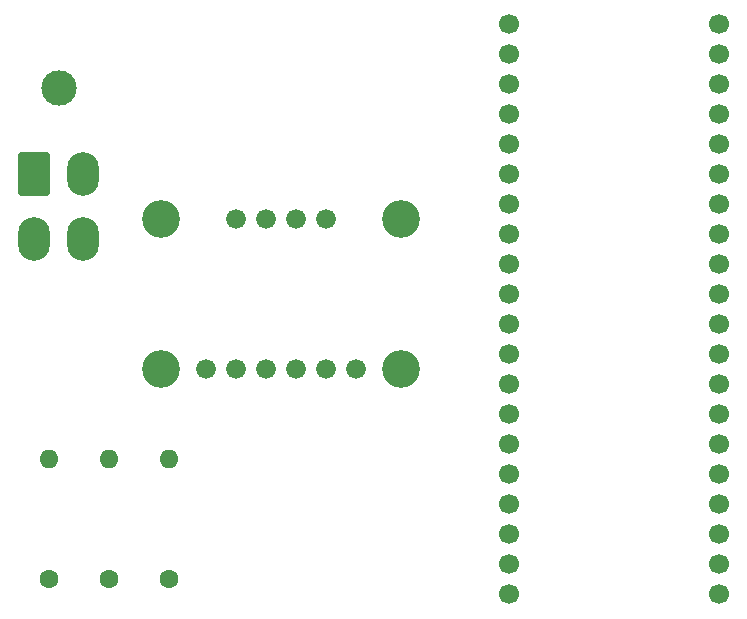
<source format=gbr>
%TF.GenerationSoftware,KiCad,Pcbnew,7.0.1*%
%TF.CreationDate,2023-05-07T00:29:05-04:00*%
%TF.ProjectId,integrated_joystick_dac,696e7465-6772-4617-9465-645f6a6f7973,rev?*%
%TF.SameCoordinates,Original*%
%TF.FileFunction,Soldermask,Bot*%
%TF.FilePolarity,Negative*%
%FSLAX46Y46*%
G04 Gerber Fmt 4.6, Leading zero omitted, Abs format (unit mm)*
G04 Created by KiCad (PCBNEW 7.0.1) date 2023-05-07 00:29:05*
%MOMM*%
%LPD*%
G01*
G04 APERTURE LIST*
G04 Aperture macros list*
%AMRoundRect*
0 Rectangle with rounded corners*
0 $1 Rounding radius*
0 $2 $3 $4 $5 $6 $7 $8 $9 X,Y pos of 4 corners*
0 Add a 4 corners polygon primitive as box body*
4,1,4,$2,$3,$4,$5,$6,$7,$8,$9,$2,$3,0*
0 Add four circle primitives for the rounded corners*
1,1,$1+$1,$2,$3*
1,1,$1+$1,$4,$5*
1,1,$1+$1,$6,$7*
1,1,$1+$1,$8,$9*
0 Add four rect primitives between the rounded corners*
20,1,$1+$1,$2,$3,$4,$5,0*
20,1,$1+$1,$4,$5,$6,$7,0*
20,1,$1+$1,$6,$7,$8,$9,0*
20,1,$1+$1,$8,$9,$2,$3,0*%
G04 Aperture macros list end*
%ADD10C,3.200000*%
%ADD11C,1.676400*%
%ADD12C,3.000000*%
%ADD13RoundRect,0.250001X-1.099999X-1.599999X1.099999X-1.599999X1.099999X1.599999X-1.099999X1.599999X0*%
%ADD14O,2.700000X3.700000*%
%ADD15O,1.600000X1.600000*%
%ADD16C,1.600000*%
%ADD17C,1.700000*%
G04 APERTURE END LIST*
D10*
%TO.C,U3*%
X144780000Y-55880000D03*
X144780000Y-68580000D03*
X165100000Y-55880000D03*
X165100000Y-68580000D03*
D11*
X151130000Y-55880000D03*
X153670000Y-55880000D03*
X156210000Y-55880000D03*
X158750000Y-55880000D03*
X148590000Y-68580000D03*
X151130000Y-68580000D03*
X153670000Y-68580000D03*
X156210000Y-68580000D03*
X158750000Y-68580000D03*
X161290000Y-68580000D03*
%TD*%
D12*
%TO.C,J1*%
X136085000Y-44770000D03*
D13*
X133985000Y-52070000D03*
D14*
X138185000Y-52070000D03*
X133985000Y-57570000D03*
X138185000Y-57570000D03*
%TD*%
D15*
%TO.C,R3*%
X145415000Y-76200000D03*
D16*
X145415000Y-86360000D03*
%TD*%
D15*
%TO.C,R2*%
X140335000Y-76200000D03*
D16*
X140335000Y-86360000D03*
%TD*%
D15*
%TO.C,R1*%
X135255000Y-76200000D03*
D16*
X135255000Y-86360000D03*
%TD*%
D17*
%TO.C,U1*%
X174243000Y-87630000D03*
X174243000Y-85090000D03*
X174243000Y-82550000D03*
X174243000Y-80010000D03*
X174243000Y-77470000D03*
X174243000Y-74930000D03*
X174243000Y-72390000D03*
X174243000Y-69850000D03*
X174243000Y-67310000D03*
X174243000Y-64770000D03*
X174243000Y-62230000D03*
X174243000Y-59690000D03*
X174243000Y-57150000D03*
X174243000Y-54610000D03*
X174243000Y-52070000D03*
X174243000Y-49530000D03*
X174243000Y-46990000D03*
X174243000Y-44450000D03*
X174243000Y-41910000D03*
X174243000Y-39370000D03*
X192023000Y-39370000D03*
X192023000Y-41910000D03*
X192023000Y-44450000D03*
X192023000Y-46990000D03*
X192023000Y-49530000D03*
X192023000Y-52070000D03*
X192023000Y-54610000D03*
X192023000Y-57150000D03*
X192023000Y-59690000D03*
X192023000Y-62230000D03*
X192023000Y-64770000D03*
X192023000Y-67310000D03*
X192023000Y-69850000D03*
X192023000Y-72390000D03*
X192023000Y-74930000D03*
X192023000Y-77470000D03*
X192023000Y-80010000D03*
X192023000Y-82550000D03*
X192023000Y-85090000D03*
X192023000Y-87630000D03*
%TD*%
M02*

</source>
